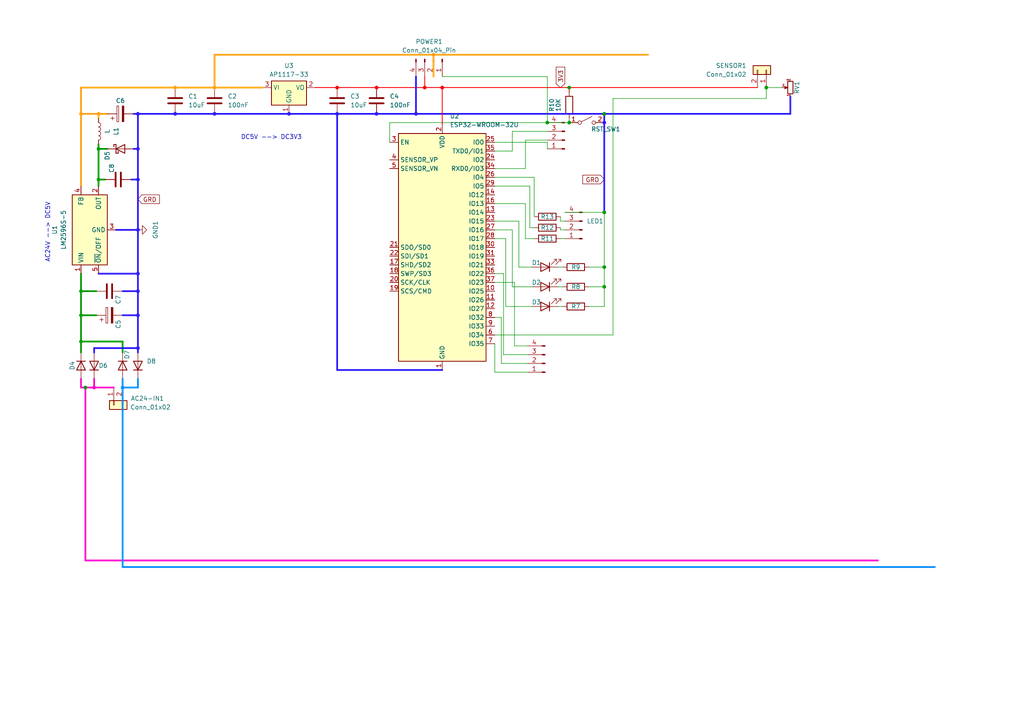
<source format=kicad_sch>
(kicad_sch (version 20230121) (generator eeschema)
  (paper "A4")
  (title_block (rev "1.2.0.1"))
  (lib_symbols
    (symbol "Connector:Conn_01x04_Pin" (pin_names (offset 1.016) hide)
      (property "Reference" "J" (at 0 5.08 0))
      (property "Value" "Conn_01x04_Pin" (at 0 -7.62 0))
      (symbol "Conn_01x04_Pin_1_1"
        (polyline (pts (xy 1.27 -5.08) (xy 0.8636 -5.08)) (stroke (width 0.1524)))
        (polyline (pts (xy 1.27 -2.54) (xy 0.8636 -2.54)) (stroke (width 0.1524)))
        (polyline (pts (xy 1.27 0) (xy 0.8636 0)) (stroke (width 0.1524)))
        (polyline (pts (xy 1.27 2.54) (xy 0.8636 2.54)) (stroke (width 0.1524)))
        (rectangle (start 0.8636 -4.953) (end 0 -5.207) (stroke (width 0.1524)) (fill (type outline)))
        (rectangle (start 0.8636 -2.413) (end 0 -2.667) (stroke (width 0.1524)) (fill (type outline)))
        (rectangle (start 0.8636 0.127) (end 0 -0.127) (stroke (width 0.1524)) (fill (type outline)))
        (rectangle (start 0.8636 2.667) (end 0 2.413) (stroke (width 0.1524)) (fill (type outline)))
        (pin passive line (at 5.08 2.54 180) (length 3.81) (name "Pin_1") (number "1"))
        (pin passive line (at 5.08 0 180) (length 3.81) (name "Pin_2") (number "2"))
        (pin passive line (at 5.08 -2.54 180) (length 3.81) (name "Pin_3") (number "3"))
        (pin passive line (at 5.08 -5.08 180) (length 3.81) (name "Pin_4") (number "4"))
      )
    )
    (symbol "Connector_Generic:Conn_01x02" (pin_names (offset 1.016) hide)
      (property "Reference" "J" (at 0 2.54 0))
      (property "Value" "Conn_01x02" (at 0 -5.08 0))
      (symbol "Conn_01x02_1_1"
        (rectangle (start -1.27 -2.413) (end 0 -2.667) (stroke (width 0.1524)))
        (rectangle (start -1.27 0.127) (end 0 -0.127) (stroke (width 0.1524)))
        (rectangle (start -1.27 1.27) (end 1.27 -3.81) (stroke (width 0.254)) (fill (type background)))
        (pin passive line (at -5.08 0 0) (length 3.81) (name "Pin_1") (number "1"))
        (pin passive line (at -5.08 -2.54 0) (length 3.81) (name "Pin_2") (number "2"))
      )
    )
    (symbol "Device:C" (pin_numbers hide) (pin_names (offset 0.254))
      (property "Reference" "C" (at 0.635 2.54 0))
      (property "Value" "C" (at 0.635 -2.54 0))
      (symbol "C_0_1"
        (polyline (pts (xy -2.032 -0.762) (xy 2.032 -0.762)) (stroke (width 0.508)))
        (polyline (pts (xy -2.032 0.762) (xy 2.032 0.762)) (stroke (width 0.508)))
      )
      (symbol "C_1_1"
        (pin passive line (at 0 3.81 270) (length 2.794) (name "~") (number "1"))
        (pin passive line (at 0 -3.81 90) (length 2.794) (name "~") (number "2"))
      )
    )
    (symbol "Device:C_Polarized" (pin_numbers hide) (pin_names (offset 0.254))
      (property "Reference" "C" (at 0.635 2.54 0))
      (property "Value" "C_Polarized" (at 0.635 -2.54 0))
      (symbol "C_Polarized_0_1"
        (rectangle (start -2.286 0.508) (end 2.286 1.016))
        (polyline (pts (xy -1.778 2.286) (xy -0.762 2.286)))
        (polyline (pts (xy -1.27 2.794) (xy -1.27 1.778)))
        (rectangle (start 2.286 -0.508) (end -2.286 -1.016) (fill (type outline)))
      )
      (symbol "C_Polarized_1_1"
        (pin passive line (at 0 3.81 270) (length 2.794) (name "~") (number "1"))
        (pin passive line (at 0 -3.81 90) (length 2.794) (name "~") (number "2"))
      )
    )
    (symbol "Device:L" (pin_numbers hide) (pin_names (offset 1.016) hide)
      (property "Reference" "L" (at -1.27 0 90))
      (property "Value" "L" (at 1.905 0 90))
      (symbol "L_0_1"
        (arc (start 0 -2.54) (mid 0.6323 -1.905) (end 0 -1.27))
        (arc (start 0 -1.27) (mid 0.6323 -0.635) (end 0 0))
        (arc (start 0 0) (mid 0.6323 0.635) (end 0 1.27))
        (arc (start 0 1.27) (mid 0.6323 1.905) (end 0 2.54))
      )
      (symbol "L_1_1"
        (pin passive line (at 0 3.81 270) (length 1.27) (name "1") (number "1"))
        (pin passive line (at 0 -3.81 90) (length 1.27) (name "2") (number "2"))
      )
    )
    (symbol "Device:LED" (pin_numbers hide) (pin_names (offset 1.016) hide)
      (property "Reference" "D" (at 0 2.54 0))
      (property "Value" "LED" (at 0 -2.54 0))
      (symbol "LED_0_1"
        (polyline (pts (xy -1.27 -1.27) (xy -1.27 1.27)) (stroke (width 0.254)))
        (polyline (pts (xy -1.27 0) (xy 1.27 0)))
        (polyline (pts (xy 1.27 -1.27) (xy 1.27 1.27) (xy -1.27 0) (xy 1.27 -1.27)) (stroke (width 0.254)))
        (polyline (pts (xy -3.048 -0.762) (xy -4.572 -2.286) (xy -3.81 -2.286) (xy -4.572 -2.286) (xy -4.572 -1.524)))
        (polyline (pts (xy -1.778 -0.762) (xy -3.302 -2.286) (xy -2.54 -2.286) (xy -3.302 -2.286) (xy -3.302 -1.524)))
      )
      (symbol "LED_1_1"
        (pin passive line (at -3.81 0 0) (length 2.54) (name "K") (number "1"))
        (pin passive line (at 3.81 0 180) (length 2.54) (name "A") (number "2"))
      )
    )
    (symbol "Device:R" (pin_numbers hide) (pin_names (offset 0))
      (property "Reference" "R" (at 2.032 0 90))
      (property "Value" "R" (at 0 0 90))
      (symbol "R_0_1"
        (rectangle (start -1.016 -2.54) (end 1.016 2.54) (stroke (width 0.254)))
      )
      (symbol "R_1_1"
        (pin passive line (at 0 3.81 270) (length 1.27) (name "~") (number "1"))
        (pin passive line (at 0 -3.81 90) (length 1.27) (name "~") (number "2"))
      )
    )
    (symbol "Device:R_Potentiometer_Small" (pin_names (offset 1.016) hide)
      (property "Reference" "RV" (at -4.445 0 90))
      (property "Value" "R_Potentiometer_Small" (at -2.54 0 90))
      (symbol "R_Potentiometer_Small_0_1"
        (polyline (pts (xy 0.889 0) (xy 0.635 0) (xy 1.651 0.381) (xy 1.651 -0.381) (xy 0.635 0) (xy 0.889 0)) (fill (type outline)))
        (rectangle (start 0.762 1.8034) (end -0.762 -1.8034) (stroke (width 0.254)))
      )
      (symbol "R_Potentiometer_Small_1_1"
        (pin passive line (at 0 2.54 270) (length 0.635) (name "1") (number "1"))
        (pin passive line (at 2.54 0 180) (length 0.9906) (name "2") (number "2"))
        (pin passive line (at 0 -2.54 90) (length 0.635) (name "3") (number "3"))
      )
    )
    (symbol "Diode:B140-E3" (pin_numbers hide) (pin_names hide)
      (property "Reference" "D" (at 0 2.54 0))
      (property "Value" "B140-E3" (at 0 -2.54 0))
      (symbol "B140-E3_0_1"
        (polyline (pts (xy 1.27 0) (xy -1.27 0)))
        (polyline (pts (xy 1.27 1.27) (xy 1.27 -1.27) (xy -1.27 0) (xy 1.27 1.27)) (stroke (width 0.254)))
        (polyline (pts (xy -1.905 0.635) (xy -1.905 1.27) (xy -1.27 1.27) (xy -1.27 -1.27) (xy -0.635 -1.27) (xy -0.635 -0.635)) (stroke (width 0.254)))
      )
      (symbol "B140-E3_1_1"
        (pin passive line (at -3.81 0 0) (length 2.54) (name "K") (number "1"))
        (pin passive line (at 3.81 0 180) (length 2.54) (name "A") (number "2"))
      )
    )
    (symbol "Diode:US1A" (pin_numbers hide) (pin_names hide)
      (property "Reference" "D" (at 0 2.54 0))
      (property "Value" "US1A" (at 0 -2.54 0))
      (symbol "US1A_0_1"
        (polyline (pts (xy -1.27 1.27) (xy -1.27 -1.27)) (stroke (width 0.254)))
        (polyline (pts (xy 1.27 0) (xy -1.27 0)))
        (polyline (pts (xy 1.27 1.27) (xy 1.27 -1.27) (xy -1.27 0) (xy 1.27 1.27)) (stroke (width 0.254)))
      )
      (symbol "US1A_1_1"
        (pin passive line (at -3.81 0 0) (length 2.54) (name "K") (number "1"))
        (pin passive line (at 3.81 0 180) (length 2.54) (name "A") (number "2"))
      )
    )
    (symbol "RF_Module:ESP32-WROOM-32D"
      (property "Reference" "U" (at -12.7 34.29 0))
      (property "Value" "ESP32-WROOM-32D" (at 1.27 34.29 0))
      (symbol "ESP32-WROOM-32D_0_1"
        (rectangle (start -12.7 33.02) (end 12.7 -33.02) (stroke (width 0.254)) (fill (type background)))
      )
      (symbol "ESP32-WROOM-32D_1_1"
        (pin power_in line (at 0 -35.56 90) (length 2.54) (name "GND") (number "1"))
        (pin bidirectional line (at 15.24 -12.7 180) (length 2.54) (name "IO25") (number "10"))
        (pin bidirectional line (at 15.24 -15.24 180) (length 2.54) (name "IO26") (number "11"))
        (pin bidirectional line (at 15.24 -17.78 180) (length 2.54) (name "IO27") (number "12"))
        (pin bidirectional line (at 15.24 10.16 180) (length 2.54) (name "IO14") (number "13"))
        (pin bidirectional line (at 15.24 15.24 180) (length 2.54) (name "IO12") (number "14"))
        (pin passive line (at 0 -35.56 90) (length 2.54) hide (name "GND") (number "15"))
        (pin bidirectional line (at 15.24 12.7 180) (length 2.54) (name "IO13") (number "16"))
        (pin bidirectional line (at -15.24 -5.08 0) (length 2.54) (name "SHD/SD2") (number "17"))
        (pin bidirectional line (at -15.24 -7.62 0) (length 2.54) (name "SWP/SD3") (number "18"))
        (pin bidirectional line (at -15.24 -12.7 0) (length 2.54) (name "SCS/CMD") (number "19"))
        (pin power_in line (at 0 35.56 270) (length 2.54) (name "VDD") (number "2"))
        (pin bidirectional line (at -15.24 -10.16 0) (length 2.54) (name "SCK/CLK") (number "20"))
        (pin bidirectional line (at -15.24 0 0) (length 2.54) (name "SDO/SD0") (number "21"))
        (pin bidirectional line (at -15.24 -2.54 0) (length 2.54) (name "SDI/SD1") (number "22"))
        (pin bidirectional line (at 15.24 7.62 180) (length 2.54) (name "IO15") (number "23"))
        (pin bidirectional line (at 15.24 25.4 180) (length 2.54) (name "IO2") (number "24"))
        (pin bidirectional line (at 15.24 30.48 180) (length 2.54) (name "IO0") (number "25"))
        (pin bidirectional line (at 15.24 20.32 180) (length 2.54) (name "IO4") (number "26"))
        (pin bidirectional line (at 15.24 5.08 180) (length 2.54) (name "IO16") (number "27"))
        (pin bidirectional line (at 15.24 2.54 180) (length 2.54) (name "IO17") (number "28"))
        (pin bidirectional line (at 15.24 17.78 180) (length 2.54) (name "IO5") (number "29"))
        (pin input line (at -15.24 30.48 0) (length 2.54) (name "EN") (number "3"))
        (pin bidirectional line (at 15.24 0 180) (length 2.54) (name "IO18") (number "30"))
        (pin bidirectional line (at 15.24 -2.54 180) (length 2.54) (name "IO19") (number "31"))
        (pin no_connect line (at -12.7 -27.94 0) (length 2.54) hide (name "NC") (number "32"))
        (pin bidirectional line (at 15.24 -5.08 180) (length 2.54) (name "IO21") (number "33"))
        (pin bidirectional line (at 15.24 22.86 180) (length 2.54) (name "RXD0/IO3") (number "34"))
        (pin bidirectional line (at 15.24 27.94 180) (length 2.54) (name "TXD0/IO1") (number "35"))
        (pin bidirectional line (at 15.24 -7.62 180) (length 2.54) (name "IO22") (number "36"))
        (pin bidirectional line (at 15.24 -10.16 180) (length 2.54) (name "IO23") (number "37"))
        (pin passive line (at 0 -35.56 90) (length 2.54) hide (name "GND") (number "38"))
        (pin passive line (at 0 -35.56 90) (length 2.54) hide (name "GND") (number "39"))
        (pin input line (at -15.24 25.4 0) (length 2.54) (name "SENSOR_VP") (number "4"))
        (pin input line (at -15.24 22.86 0) (length 2.54) (name "SENSOR_VN") (number "5"))
        (pin input line (at 15.24 -25.4 180) (length 2.54) (name "IO34") (number "6"))
        (pin input line (at 15.24 -27.94 180) (length 2.54) (name "IO35") (number "7"))
        (pin bidirectional line (at 15.24 -20.32 180) (length 2.54) (name "IO32") (number "8"))
        (pin bidirectional line (at 15.24 -22.86 180) (length 2.54) (name "IO33") (number "9"))
      )
    )
    (symbol "Regulator_Linear:AP1117-33"
      (property "Reference" "U" (at -3.81 3.175 0))
      (property "Value" "AP1117-33" (at 0 3.175 0))
      (symbol "AP1117-33_0_1"
        (rectangle (start -5.08 -5.08) (end 5.08 1.905) (stroke (width 0.254)) (fill (type background)))
      )
      (symbol "AP1117-33_1_1"
        (pin power_in line (at 0 -7.62 90) (length 2.54) (name "GND") (number "1"))
        (pin power_out line (at 7.62 0 180) (length 2.54) (name "VO") (number "2"))
        (pin power_in line (at -7.62 0 0) (length 2.54) (name "VI") (number "3"))
      )
    )
    (symbol "Regulator_Switching:LM2596S-5"
      (property "Reference" "U" (at -10.16 6.35 0))
      (property "Value" "LM2596S-5" (at 0 6.35 0))
      (symbol "LM2596S-5_0_1"
        (rectangle (start -10.16 5.08) (end 10.16 -5.08) (stroke (width 0.254)) (fill (type background)))
      )
      (symbol "LM2596S-5_1_1"
        (pin power_in line (at -12.7 2.54 0) (length 2.54) (name "VIN") (number "1"))
        (pin output line (at 12.7 -2.54 180) (length 2.54) (name "OUT") (number "2"))
        (pin power_in line (at 0 -7.62 90) (length 2.54) (name "GND") (number "3"))
        (pin input line (at 12.7 2.54 180) (length 2.54) (name "FB") (number "4"))
        (pin input line (at -12.7 -2.54 0) (length 2.54) (name "~{ON}/OFF") (number "5"))
      )
    )
    (symbol "Switch:SW_SPST" (pin_names (offset 0) hide)
      (property "Reference" "SW" (at 0 3.175 0))
      (property "Value" "SW_SPST" (at 0 -2.54 0))
      (symbol "SW_SPST_0_0"
        (circle (center -2.032 0) (radius 0.508))
        (polyline (pts (xy -1.524 0.254) (xy 1.524 1.778)))
        (circle (center 2.032 0) (radius 0.508))
      )
      (symbol "SW_SPST_1_1"
        (pin passive line (at -5.08 0 0) (length 2.54) (name "A") (number "1"))
        (pin passive line (at 5.08 0 180) (length 2.54) (name "B") (number "2"))
      )
    )
    (symbol "power:GND1" (power) (pin_names (offset 0))
      (property "Value" "GND1" (at 0 -3.81 0))
      (symbol "GND1_0_1"
        (polyline (pts (xy 0 0) (xy 0 -1.27) (xy 1.27 -1.27) (xy 0 -2.54) (xy -1.27 -1.27) (xy 0 -1.27)))
      )
      (symbol "GND1_1_1"
        (pin power_in line (at 0 0 270) (length 0) hide (name "GND1") (number "1"))
      )
    )
  )
  (junction (at 175.26 33.02))
  (junction (at 23.495 99.06))
  (junction (at 28.575 43.18))
  (junction (at 128.27 25.4) (color 255 0 4 1))
  (junction (at 28.575 52.07))
  (junction (at 23.495 91.44))
  (junction (at 125.73 15.875) (color 255 158 14 1))
  (junction (at 40.005 43.18) (color 41 23 255 1))
  (junction (at 62.23 25.4) (color 255 158 14 1))
  (junction (at 40.005 100.965) (color 41 23 255 1))
  (junction (at 83.82 33.02) (color 41 23 255 1))
  (junction (at 222.25 25.4))
  (junction (at 123.19 25.4) (color 255 0 4 1))
  (junction (at 165.1 25.4))
  (junction (at 97.79 33.02) (color 41 23 255 1))
  (junction (at 35.56 112.395) (color 0 138 255 1))
  (junction (at 40.005 79.375) (color 41 23 255 1))
  (junction (at 50.8 25.4) (color 255 158 14 1))
  (junction (at 23.495 33.02) (color 255 158 14 1))
  (junction (at 109.22 25.4) (color 255 0 4 1))
  (junction (at 50.8 33.02) (color 41 23 255 1))
  (junction (at 175.26 35.56) (color 41 23 255 1))
  (junction (at 97.79 25.4) (color 255 0 4 1))
  (junction (at 175.26 77.47))
  (junction (at 120.65 33.02) (color 41 23 255 1))
  (junction (at 40.005 66.675) (color 41 23 255 1))
  (junction (at 165.1 35.56))
  (junction (at 175.26 61.595))
  (junction (at 62.23 33.02) (color 41 23 255 1))
  (junction (at 40.005 84.455) (color 41 23 255 1))
  (junction (at 27.305 112.395) (color 255 4 195 1))
  (junction (at 40.005 91.44) (color 41 23 255 1))
  (junction (at 109.22 33.02) (color 41 23 255 1))
  (junction (at 40.005 33.02) (color 41 23 255 1))
  (junction (at 175.26 83.185))
  (junction (at 24.765 112.395))
  (junction (at 23.495 84.455))
  (junction (at 158.75 35.56))
  (junction (at 28.575 33.02) (color 255 158 14 1))
  (junction (at 40.005 52.07) (color 41 23 255 1))
  (wire (pts (xy 146.685 69.215) (xy 143.51 69.215)))
  (wire (pts (xy 120.65 22.225) (xy 120.65 33.02)) (stroke (width 0.5) (color 41 23 255 1)))
  (wire (pts (xy 23.495 84.455) (xy 23.495 91.44)) (stroke (width 0.5)))
  (wire (pts (xy 28.575 52.07) (xy 28.575 43.18)) (stroke (width 0.5)))
  (wire (pts (xy 23.495 84.455) (xy 27.94 84.455)) (stroke (width 0.5)))
  (wire (pts (xy 163.83 61.595) (xy 175.26 61.595)))
  (wire (pts (xy 40.005 84.455) (xy 40.005 91.44)) (stroke (width 0.5) (color 41 23 255 1)))
  (wire (pts (xy 143.51 43.815) (xy 148.59 43.815)))
  (wire (pts (xy 128.27 25.4) (xy 165.1 25.4)) (stroke (width 0.25) (color 255 0 4 1)))
  (wire (pts (xy 83.82 33.02) (xy 97.79 33.02)) (stroke (width 0.5) (color 41 23 255 1)))
  (wire (pts (xy 109.22 25.4) (xy 123.19 25.4)) (stroke (width 0.25) (color 255 0 4 1)))
  (wire (pts (xy 33.655 66.675) (xy 40.005 66.675)) (stroke (width 0.5) (color 41 23 255 1)))
  (wire (pts (xy 158.75 40.64) (xy 152.4 40.64)))
  (wire (pts (xy 229.235 27.94) (xy 229.235 33.02)) (stroke (width 0.5) (color 41 23 255 1)))
  (wire (pts (xy 154.94 51.435) (xy 154.94 62.865)))
  (wire (pts (xy 154.305 77.47) (xy 150.495 77.47)))
  (wire (pts (xy 24.765 112.395) (xy 27.305 112.395)) (stroke (width 0.5) (color 255 4 195 1)))
  (wire (pts (xy 97.79 25.4) (xy 109.22 25.4)) (stroke (width 0.25) (color 255 0 4 1)))
  (wire (pts (xy 38.735 33.02) (xy 40.005 33.02)) (stroke (width 0.5) (color 41 23 255 1)))
  (wire (pts (xy 222.25 25.4) (xy 222.25 28.575)))
  (wire (pts (xy 120.65 33.02) (xy 175.26 33.02)) (stroke (width 0.5) (color 41 23 255 1)))
  (wire (pts (xy 23.495 53.975) (xy 23.495 33.02)) (stroke (width 0.5) (color 255 158 14 1)))
  (wire (pts (xy 165.1 25.4) (xy 165.1 26.67)) (stroke (width 0.25) (color 255 0 4 1)))
  (wire (pts (xy 24.765 162.56) (xy 254.635 162.56)) (stroke (width 0.5) (color 255 4 195 1)))
  (wire (pts (xy 149.225 100.33) (xy 149.225 81.915)))
  (wire (pts (xy 165.1 25.4) (xy 219.71 25.4)) (stroke (width 0.25) (color 255 0 4 1)))
  (wire (pts (xy 123.19 22.225) (xy 123.19 25.4)) (stroke (width 0.25) (color 255 0 4 1)))
  (wire (pts (xy 27.305 112.395) (xy 33.02 112.395)) (stroke (width 0.5) (color 255 4 195 1)))
  (wire (pts (xy 38.735 43.18) (xy 40.005 43.18)) (stroke (width 0.5) (color 41 23 255 1)))
  (wire (pts (xy 35.56 164.465) (xy 35.56 112.395)) (stroke (width 0.5) (color 0 138 255 1)))
  (wire (pts (xy 153.67 53.975) (xy 153.67 66.04)))
  (wire (pts (xy 175.26 35.56) (xy 175.26 61.595)) (stroke (width 0.5) (color 41 23 255 1)))
  (wire (pts (xy 125.73 15.875) (xy 187.96 15.875)) (stroke (width 0.5) (color 255 158 14 1)))
  (wire (pts (xy 158.75 41.275) (xy 158.75 43.18)))
  (wire (pts (xy 145.415 92.075) (xy 143.51 92.075)))
  (wire (pts (xy 28.575 33.02) (xy 31.115 33.02)) (stroke (width 0.5) (color 255 158 14 1)))
  (wire (pts (xy 143.51 97.155) (xy 177.8 97.155)))
  (wire (pts (xy 161.925 83.185) (xy 163.195 83.185)))
  (wire (pts (xy 153.035 102.87) (xy 146.05 102.87)))
  (wire (pts (xy 163.195 77.47) (xy 161.925 77.47)))
  (wire (pts (xy 40.005 79.375) (xy 40.005 84.455)) (stroke (width 0.5) (color 41 23 255 1)))
  (wire (pts (xy 40.005 43.18) (xy 40.005 33.02)) (stroke (width 0.5) (color 41 23 255 1)))
  (wire (pts (xy 28.575 79.375) (xy 40.005 79.375)) (stroke (width 0.5) (color 41 23 255 1)))
  (wire (pts (xy 62.23 33.02) (xy 83.82 33.02)) (stroke (width 0.5) (color 41 23 255 1)))
  (wire (pts (xy 28.575 53.975) (xy 28.575 52.07)) (stroke (width 0.5)))
  (wire (pts (xy 170.815 83.185) (xy 175.26 83.185)))
  (wire (pts (xy 165.1 34.29) (xy 165.1 35.56)))
  (wire (pts (xy 153.035 100.33) (xy 149.225 100.33)))
  (wire (pts (xy 146.685 88.9) (xy 146.685 69.215)))
  (wire (pts (xy 163.83 66.675) (xy 162.56 66.675)))
  (wire (pts (xy 143.51 59.055) (xy 152.4 59.055)))
  (wire (pts (xy 148.59 38.1) (xy 148.59 43.815)))
  (wire (pts (xy 158.75 22.225) (xy 158.75 35.56)))
  (wire (pts (xy 146.05 79.375) (xy 146.05 102.87)))
  (wire (pts (xy 91.44 25.4) (xy 97.79 25.4)) (stroke (width 0.25) (color 255 0 4 1)))
  (wire (pts (xy 143.51 41.275) (xy 158.75 41.275)))
  (wire (pts (xy 97.79 33.02) (xy 97.79 107.315)) (stroke (width 0.5) (color 41 23 255 1)))
  (wire (pts (xy 152.4 59.055) (xy 152.4 69.215)))
  (wire (pts (xy 163.83 64.135) (xy 162.56 64.135)))
  (wire (pts (xy 40.005 79.375) (xy 40.005 66.675)) (stroke (width 0.5) (color 41 23 255 1)))
  (wire (pts (xy 222.25 25.4) (xy 226.695 25.4)))
  (wire (pts (xy 35.56 112.395) (xy 40.005 112.395)) (stroke (width 0.5) (color 0 138 255 1)))
  (wire (pts (xy 146.05 79.375) (xy 143.51 79.375)))
  (wire (pts (xy 143.51 81.915) (xy 149.225 81.915)))
  (wire (pts (xy 128.27 22.225) (xy 158.75 22.225)))
  (wire (pts (xy 40.005 91.44) (xy 40.005 100.965)) (stroke (width 0.5) (color 41 23 255 1)))
  (wire (pts (xy 222.25 28.575) (xy 177.8 28.575)))
  (wire (pts (xy 162.56 66.675) (xy 162.56 66.04)))
  (wire (pts (xy 23.495 99.06) (xy 23.495 102.235)) (stroke (width 0.5)))
  (wire (pts (xy 162.56 64.135) (xy 162.56 62.865)))
  (wire (pts (xy 97.79 107.315) (xy 128.27 107.315)) (stroke (width 0.5) (color 41 23 255 1)))
  (wire (pts (xy 175.26 33.02) (xy 229.235 33.02)) (stroke (width 0.5) (color 41 23 255 1)))
  (wire (pts (xy 23.495 109.855) (xy 23.495 112.395)) (stroke (width 0.5) (color 255 4 195 1)))
  (wire (pts (xy 154.94 51.435) (xy 143.51 51.435)))
  (wire (pts (xy 62.23 15.875) (xy 62.23 25.4)) (stroke (width 0.5) (color 255 158 14 1)))
  (wire (pts (xy 154.305 83.185) (xy 148.59 83.185)))
  (wire (pts (xy 158.75 38.1) (xy 148.59 38.1)))
  (wire (pts (xy 23.495 91.44) (xy 23.495 99.06)) (stroke (width 0.5)))
  (wire (pts (xy 175.26 33.02) (xy 175.26 35.56)) (stroke (width 0.5) (color 41 23 255 1)))
  (wire (pts (xy 123.19 25.4) (xy 128.27 25.4)) (stroke (width 0.25) (color 255 0 4 1)))
  (wire (pts (xy 97.79 33.02) (xy 109.22 33.02)) (stroke (width 0.5) (color 41 23 255 1)))
  (wire (pts (xy 175.26 61.595) (xy 175.26 77.47)))
  (wire (pts (xy 113.03 35.56) (xy 158.75 35.56)))
  (wire (pts (xy 154.94 66.04) (xy 153.67 66.04)))
  (wire (pts (xy 125.73 15.875) (xy 125.73 22.225)) (stroke (width 0.5) (color 255 158 14 1)))
  (wire (pts (xy 40.005 84.455) (xy 35.56 84.455)) (stroke (width 0.5) (color 41 23 255 1)))
  (wire (pts (xy 23.495 25.4) (xy 23.495 33.02)) (stroke (width 0.5) (color 255 158 14 1)))
  (wire (pts (xy 177.8 28.575) (xy 177.8 97.155)))
  (wire (pts (xy 23.495 25.4) (xy 50.8 25.4)) (stroke (width 0.5) (color 255 158 14 1)))
  (wire (pts (xy 40.005 100.965) (xy 40.005 102.235)) (stroke (width 0.5) (color 41 23 255 1)))
  (wire (pts (xy 145.415 105.41) (xy 145.415 92.075)))
  (wire (pts (xy 27.305 100.965) (xy 27.305 102.235)) (stroke (width 0.5) (color 41 23 255 1)))
  (wire (pts (xy 40.005 33.02) (xy 50.8 33.02)) (stroke (width 0.5) (color 41 23 255 1)))
  (wire (pts (xy 28.575 34.29) (xy 28.575 33.02)) (stroke (width 0.5) (color 255 158 14 1)))
  (wire (pts (xy 23.495 79.375) (xy 23.495 84.455)) (stroke (width 0.5)))
  (wire (pts (xy 24.765 112.395) (xy 23.495 112.395)) (stroke (width 0.5) (color 255 4 195 1)))
  (wire (pts (xy 23.495 91.44) (xy 27.94 91.44)) (stroke (width 0.5)))
  (wire (pts (xy 143.51 107.95) (xy 143.51 99.695)))
  (wire (pts (xy 128.27 25.4) (xy 128.27 36.195)) (stroke (width 0.25) (color 255 0 4 1)))
  (wire (pts (xy 62.23 15.875) (xy 125.73 15.875)) (stroke (width 0.5) (color 255 158 14 1)))
  (wire (pts (xy 50.8 25.4) (xy 62.23 25.4)) (stroke (width 0.5) (color 255 158 14 1)))
  (wire (pts (xy 170.815 88.9) (xy 175.26 88.9)))
  (wire (pts (xy 153.035 107.95) (xy 143.51 107.95)))
  (wire (pts (xy 28.575 43.18) (xy 31.115 43.18)) (stroke (width 0.5)))
  (wire (pts (xy 150.495 64.135) (xy 143.51 64.135)))
  (wire (pts (xy 40.005 52.07) (xy 40.005 66.675)) (stroke (width 0.5) (color 41 23 255 1)))
  (wire (pts (xy 175.26 77.47) (xy 175.26 83.185)))
  (wire (pts (xy 271.145 164.465) (xy 35.56 164.465)) (stroke (width 0.5) (color 0 138 255 1)))
  (wire (pts (xy 27.305 100.965) (xy 40.005 100.965)) (stroke (width 0.5) (color 41 23 255 1)))
  (wire (pts (xy 24.765 112.395) (xy 24.765 162.56)) (stroke (width 0.5) (color 255 4 195 1)))
  (wire (pts (xy 38.1 52.07) (xy 40.005 52.07)) (stroke (width 0.5) (color 41 23 255 1)))
  (wire (pts (xy 148.59 66.675) (xy 143.51 66.675)))
  (wire (pts (xy 35.56 91.44) (xy 40.005 91.44)) (stroke (width 0.5) (color 41 23 255 1)))
  (wire (pts (xy 152.4 69.215) (xy 154.94 69.215)))
  (wire (pts (xy 40.005 43.18) (xy 40.005 52.07)) (stroke (width 0.5) (color 41 23 255 1)))
  (wire (pts (xy 170.815 77.47) (xy 175.26 77.47)))
  (wire (pts (xy 113.03 35.56) (xy 113.03 41.275)))
  (wire (pts (xy 152.4 48.895) (xy 143.51 48.895)))
  (wire (pts (xy 143.51 53.975) (xy 153.67 53.975)))
  (wire (pts (xy 162.56 69.215) (xy 163.83 69.215)))
  (wire (pts (xy 35.56 109.855) (xy 35.56 112.395)) (stroke (width 0.5) (color 0 138 255 1)))
  (wire (pts (xy 23.495 99.06) (xy 35.56 99.06)) (stroke (width 0.5)))
  (wire (pts (xy 153.035 105.41) (xy 145.415 105.41)))
  (wire (pts (xy 148.59 83.185) (xy 148.59 66.675)))
  (wire (pts (xy 23.495 91.44) (xy 23.495 96.52)))
  (wire (pts (xy 30.48 52.07) (xy 28.575 52.07)) (stroke (width 0.5)))
  (wire (pts (xy 27.305 109.855) (xy 27.305 112.395)) (stroke (width 0.5) (color 255 4 195 1)))
  (wire (pts (xy 62.23 25.4) (xy 76.2 25.4)) (stroke (width 0.5) (color 255 158 14 1)))
  (wire (pts (xy 50.8 33.02) (xy 62.23 33.02)) (stroke (width 0.5) (color 41 23 255 1)))
  (wire (pts (xy 150.495 77.47) (xy 150.495 64.135)))
  (wire (pts (xy 35.56 99.06) (xy 35.56 102.235)) (stroke (width 0.5)))
  (wire (pts (xy 175.26 83.185) (xy 175.26 88.9)))
  (wire (pts (xy 40.005 112.395) (xy 40.005 109.855)) (stroke (width 0.5) (color 0 138 255 1)))
  (wire (pts (xy 23.495 33.02) (xy 28.575 33.02)) (stroke (width 0.5) (color 255 158 14 1)))
  (wire (pts (xy 165.1 35.56) (xy 158.75 35.56)))
  (wire (pts (xy 152.4 40.64) (xy 152.4 48.895)))
  (wire (pts (xy 109.22 33.02) (xy 120.65 33.02)) (stroke (width 0.5) (color 41 23 255 1)))
  (wire (pts (xy 154.305 88.9) (xy 146.685 88.9)))
  (wire (pts (xy 163.195 88.9) (xy 161.925 88.9)))
  (wire (pts (xy 28.575 43.18) (xy 28.575 41.91)) (stroke (width 0.5)))
  (text "DC5V --> DC3V3" (at 69.85 40.64 0) (effects (font (size 1.27 1.27)) (justify left bottom)))
  (text "AC24V --> DC5V" (at 14.605 76.2 90) (effects (font (size 1.27 1.27)) (justify left bottom)))
  (global_label "3V3" (shape input) (at 162.56 25.4 90) (property "Intersheetrefs" "${INTERSHEET_REFS}" (effects hide)))
  (global_label "GRD" (shape input) (at 40.005 57.785 0) (property "Intersheetrefs" "${INTERSHEET_REFS}" (effects hide)))
  (global_label "GRD" (shape input) (at 175.26 52.07 180) (property "Intersheetrefs" "${INTERSHEET_REFS}" (effects hide)))
  (symbol (lib_id "Device:LED") (at 158.115 88.9 180) (unit 1)
    (property "Reference" "D3" (at 155.575 87.63 0))
    (property "Value" "LED" (effects hide))
    (property "Footprint" "LED_SMD:LED_0805_2012Metric" (effects hide))
    (property "LCSC" "C2297" (effects hide))
  )
  (symbol (lib_id "power:GND1") (at 40.005 66.675 90) (unit 1)
    (property "Reference" "#PWR04" (effects hide))
    (property "Value" "GND1" (at 45.085 66.675 0))
  )
  (symbol (lib_id "Device:R") (at 167.005 88.9 270) (unit 1)
    (property "Reference" "R7" (at 167.005 88.9 90))
    (property "Value" "130" (effects hide))
    (property "Footprint" "Resistor_SMD:R_0201_0603Metric" (effects hide))
    (property "LCSC" "C22808" (effects hide))
  )
  (symbol (lib_id "Switch:SW_SPST") (at 170.18 35.56 0) (unit 1)
    (property "Reference" "RST_SW1" (at 171.45 37.465 0) (effects (justify left)))
    (property "Value" "SW_SPST" (effects hide))
    (property "Footprint" "Button_Switch_SMD:SW_SPST_TL3342" (effects hide))
    (property "LCSC" "C318884" (effects hide))
  )
  (symbol (lib_id "Device:R") (at 158.75 66.04 270) (unit 1)
    (property "Reference" "R12" (at 158.75 66.04 90))
    (property "Value" "130" (effects hide))
    (property "Footprint" "Resistor_SMD:R_0201_0603Metric" (effects hide))
    (property "LCSC" "C22808" (effects hide))
  )
  (symbol (lib_id "Diode:US1A") (at 35.56 106.045 270) (unit 1)
    (property "Reference" "D7" (at 36.83 102.87 0))
    (property "Value" "900mV@2A 30ns 2A 50V DO-214AA Diodes " (effects hide))
    (property "Footprint" "Diode_SMD:D_SMB" (effects hide))
    (property "Datasheet" "https://www.diodes.com/assets/Datasheets/ds16008.pdf" (effects hide))
    (property "Sim.Device" "D" (effects hide))
    (property "Sim.Pins" "1=K 2=A" (effects hide))
    (property "LCSC" "C5224093" (effects hide))
  )
  (symbol (lib_id "Device:L") (at 28.575 38.1 0) (mirror x) (unit 1)
    (property "Reference" "L1" (at 33.655 38.1 90))
    (property "Value" "L" (at 31.115 38.1 90))
    (property "Footprint" "Inductor_SMD:L_12x12mm_H8mm" (effects hide))
    (property "LCSC" "C339951" (effects hide))
  )
  (symbol (lib_id "Device:R") (at 167.005 77.47 270) (unit 1)
    (property "Reference" "R9" (at 167.005 77.47 90))
    (property "Value" "130" (effects hide))
    (property "Footprint" "Resistor_SMD:R_0201_0603Metric" (effects hide))
    (property "LCSC" "C22808" (effects hide))
  )
  (symbol (lib_id "Device:R") (at 158.75 69.215 270) (unit 1)
    (property "Reference" "R11" (at 158.75 69.215 90))
    (property "Value" "130" (effects hide))
    (property "Footprint" "Resistor_SMD:R_0201_0603Metric" (effects hide))
    (property "LCSC" "C22808" (effects hide))
  )
  (symbol (lib_id "Connector_Generic:Conn_01x02") (at 222.25 20.32 270) (mirror x) (unit 1)
    (property "Reference" "SENSOR1" (at 216.535 19.05 90) (effects (justify right)))
    (property "Value" "Conn_01x02" (at 216.535 21.59 90) (effects (justify right)))
    (property "Footprint" "Connector:JWT_A3963_1x02_P3.96mm_Vertical" (effects hide))
    (property "LCSC" "C3031444" (effects hide))
  )
  (symbol (lib_id "Device:R") (at 165.1 30.48 0) (unit 1)
    (property "Reference" "R10" (at 160.02 30.48 90))
    (property "Value" "10K" (at 161.925 30.48 90))
    (property "Footprint" "Resistor_SMD:R_1206_3216Metric" (effects hide))
    (property "LCSC" "C17902" (effects hide))
  )
  (symbol (lib_id "Device:C") (at 50.8 29.21 0) (unit 1)
    (property "Reference" "C1" (at 54.61 27.94 0) (effects (justify left)))
    (property "Value" "10uF" (at 54.61 30.48 0) (effects (justify left)))
    (property "Footprint" "Capacitor_SMD:C_0805_2012Metric" (effects hide))
    (property "LCSC" "C440198" (effects hide))
  )
  (symbol (lib_id "Connector:Conn_01x04_Pin") (at 158.115 105.41 180) (unit 1)
    (property "Reference" "EXT1" (effects hide))
    (property "Value" "Conn_01x04_Pin" (effects hide))
    (property "Footprint" "Connector_JST:JST_PH_B4B-PH-K_1x04_P2.00mm_Vertical" (effects hide))
  )
  (symbol (lib_id "Device:C") (at 62.23 29.21 0) (unit 1)
    (property "Reference" "C2" (at 66.04 27.94 0) (effects (justify left)))
    (property "Value" "100nF" (at 66.04 30.48 0) (effects (justify left)))
    (property "Footprint" "Capacitor_SMD:C_0603_1608Metric" (effects hide))
    (property "LCSC" "C14663" (effects hide))
  )
  (symbol (lib_id "Diode:B140-E3") (at 34.925 43.18 0) (unit 1)
    (property "Reference" "D5" (at 31.115 43.815 90) (effects (justify right)))
    (property "Value" "B140-E3" (effects hide))
    (property "Footprint" "Diode_SMD:D_SMA" (effects hide))
    (property "Datasheet" "http://www.vishay.com/docs/88946/b120.pdf" (effects hide))
    (property "LCSC" "C968568" (effects hide))
  )
  (symbol (lib_id "Regulator_Linear:AP1117-33") (at 83.82 25.4 0) (unit 1)
    (property "Reference" "U3" (at 83.82 19.05 0))
    (property "Value" "AP1117-33" (at 83.82 21.59 0))
    (property "Footprint" "Package_TO_SOT_SMD:SOT-223-3_TabPin2" (effects hide))
    (property "Datasheet" "http://www.diodes.com/datasheets/AP1117.pdf" (effects hide))
    (property "LCSC" "C6186" (effects hide))
  )
  (symbol (lib_id "Diode:US1A") (at 27.305 106.045 90) (unit 1)
    (property "Reference" "D6" (at 28.575 106.045 90) (effects (justify right)))
    (property "Value" "900mV@2A 30ns 2A 50V DO-214AA Diodes " (effects hide))
    (property "Footprint" "Diode_SMD:D_SMB" (effects hide))
    (property "Datasheet" "https://www.diodes.com/assets/Datasheets/ds16008.pdf" (effects hide))
    (property "Sim.Device" "D" (effects hide))
    (property "Sim.Pins" "1=K 2=A" (effects hide))
    (property "LCSC" "C5224093" (effects hide))
  )
  (symbol (lib_id "Device:C") (at 34.29 52.07 270) (unit 1)
    (property "Reference" "C8" (at 32.385 50.165 0) (effects (justify right)))
    (property "Value" "25V 1uF X5R ±10% 0402 Multilayer Ceramic Capacitors MLCC - SMD/SMT ROHS" (effects hide))
    (property "Footprint" "Capacitor_SMD:C_0402_1005Metric" (effects hide))
    (property "LCSC" "C440198" (effects hide))
  )
  (symbol (lib_id "Diode:US1A") (at 40.005 106.045 90) (unit 1)
    (property "Reference" "D8" (at 42.545 104.775 90) (effects (justify right)))
    (property "Value" "900mV@2A 30ns 2A 50V DO-214AA Diodes " (effects hide))
    (property "Footprint" "Diode_SMD:D_SMB" (effects hide))
    (property "Sim.Device" "D" (effects hide))
    (property "Sim.Pins" "1=K 2=A" (effects hide))
    (property "LCSC" "C5224093" (effects hide))
  )
  (symbol (lib_id "Connector_Generic:Conn_01x02") (at 33.02 117.475 90) (mirror x) (unit 1)
    (property "Reference" "AC24-IN1" (at 47.625 115.57 90) (effects (justify left)))
    (property "Value" "Conn_01x02" (at 49.53 118.11 90) (effects (justify left)))
    (property "Footprint" "Connector:JWT_A3963_1x02_P3.96mm_Vertical" (effects hide))
    (property "LCSC" "C3031444" (effects hide))
  )
  (symbol (lib_id "Connector:Conn_01x04_Pin") (at 168.91 66.675 180) (unit 1)
    (property "Reference" "LED1" (at 170.18 64.135 0) (effects (justify right)))
    (property "Value" "Conn_01x04_Pin" (effects hide))
    (property "Footprint" "Connector_JST:JST_PH_B4B-PH-K_1x04_P2.00mm_Vertical" (effects hide))
  )
  (symbol (lib_id "Device:R") (at 167.005 83.185 270) (unit 1)
    (property "Reference" "R8" (at 167.005 83.185 90))
    (property "Value" "130" (effects hide))
    (property "Footprint" "Resistor_SMD:R_0201_0603Metric" (effects hide))
    (property "LCSC" "C22808" (effects hide))
  )
  (symbol (lib_id "Device:C") (at 97.79 29.21 0) (unit 1)
    (property "Reference" "C3" (at 101.6 27.94 0) (effects (justify left)))
    (property "Value" "10uF" (at 101.6 30.48 0) (effects (justify left)))
    (property "Footprint" "Capacitor_SMD:C_0805_2012Metric" (effects hide))
    (property "LCSC" "C440198" (effects hide))
  )
  (symbol (lib_id "Device:LED") (at 158.115 77.47 180) (unit 1)
    (property "Reference" "D1" (at 155.575 76.2 0))
    (property "Value" "LED" (effects hide))
    (property "Footprint" "LED_SMD:LED_0603_1608Metric" (effects hide))
    (property "LCSC" "C2286" (effects hide))
  )
  (symbol (lib_id "Diode:US1A") (at 23.495 106.045 270) (unit 1)
    (property "Reference" "D4" (at 20.955 106.045 0))
    (property "Value" "900mV@2A 30ns 2A 50V DO-214AA Diodes " (effects hide))
    (property "Footprint" "Diode_SMD:D_SMB" (effects hide))
    (property "Sim.Device" "D" (effects hide))
    (property "Sim.Pins" "1=K 2=A" (effects hide))
    (property "LCSC" "C5224093" (effects hide))
  )
  (symbol (lib_id "Connector:Conn_01x04_Pin") (at 163.83 40.64 180) (unit 1)
    (property "Reference" "PROG1" (effects hide))
    (property "Value" "Conn_01x04_Pin" (effects hide))
    (property "Footprint" "Connector_JST:JST_PH_B4B-PH-K_1x04_P2.00mm_Vertical" (effects hide))
  )
  (symbol (lib_id "Regulator_Switching:LM2596S-5") (at 26.035 66.675 90) (unit 1)
    (property "Reference" "U1" (at 15.875 66.675 0))
    (property "Value" "LM2596S-5" (at 18.415 66.675 0))
    (property "Footprint" "Package_TO_SOT_SMD:TO-263-5_TabPin3" (effects hide))
    (property "Datasheet" "http://www.ti.com/lit/ds/symlink/lm2596.pdf" (effects hide))
    (property "LCSC" "C347421" (effects hide))
  )
  (symbol (lib_id "Device:LED") (at 158.115 83.185 180) (unit 1)
    (property "Reference" "D2" (at 155.575 81.915 0))
    (property "Value" "LED" (effects hide))
    (property "Footprint" "LED_SMD:LED_0805_2012Metric" (effects hide))
    (property "LCSC" "C2296" (effects hide))
  )
  (symbol (lib_id "Device:C_Polarized") (at 34.925 33.02 90) (unit 1)
    (property "Reference" "C6" (at 34.925 29.21 90))
    (property "Value" "C_Polarized" (effects hide))
    (property "Footprint" "Capacitor_THT:CP_Radial_D10.0mm_P5.00mm" (effects hide))
    (property "LCSC" "C461457" (effects hide))
  )
  (symbol (lib_id "RF_Module:ESP32-WROOM-32D") (at 128.27 71.755 0) (unit 1)
    (property "Reference" "U2" (at 130.4641 33.655 0) (effects (justify left)))
    (property "Value" "ESP32-WROOM-32U" (at 130.4641 36.195 0) (effects (justify left)))
    (property "Footprint" "RF_Module:ESP32-WROOM-32U" (effects hide))
    (property "Datasheet" "https://www.espressif.com/sites/default/files/documentation/esp32-wroom-32d_esp32-wroom-32u_datasheet_en.pdf" (effects hide))
    (property "LCSC" "C328062" (effects hide))
  )
  (symbol (lib_id "Device:R_Potentiometer_Small") (at 229.235 25.4 180) (unit 1)
    (property "Reference" "RV1" (at 231.14 27.305 90) (effects (justify right)))
    (property "Value" "R_Potentiometer_Small" (effects hide))
    (property "Footprint" "Potentiometer_THT:Potentiometer_Bourns_3296Y_Vertical" (effects hide))
    (property "LCSC" "C780118" (effects hide))
  )
  (symbol (lib_id "Connector:Conn_01x04_Pin") (at 125.73 17.145 270) (unit 1)
    (property "Reference" "POWER1" (at 124.46 12.065 90))
    (property "Value" "Conn_01x04_Pin" (at 124.46 14.605 90))
    (property "Footprint" "Connector_JST:JST_PH_B4B-PH-K_1x04_P2.00mm_Vertical" (effects hide))
  )
  (symbol (lib_id "Device:C_Polarized") (at 31.75 91.44 90) (unit 1)
    (property "Reference" "C5" (at 34.29 92.71 0) (effects (justify right)))
    (property "Value" "C_Polarized" (effects hide))
    (property "Footprint" "Capacitor_THT:CP_Radial_D10.0mm_P5.00mm" (effects hide))
    (property "LCSC" "C461457" (effects hide))
  )
  (symbol (lib_id "Device:C") (at 31.75 84.455 270) (unit 1)
    (property "Reference" "C7" (at 34.29 88.265 0) (effects (justify right)))
    (property "Value" "25V 1uF X5R ±10% 0402 Multilayer Ceramic Capacitors MLCC - SMD/SMT ROHS" (effects hide))
    (property "Footprint" "Capacitor_SMD:C_0402_1005Metric" (effects hide))
    (property "LCSC" "C440198" (effects hide))
  )
  (symbol (lib_id "Device:C") (at 109.22 29.21 0) (unit 1)
    (property "Reference" "C4" (at 113.03 27.94 0) (effects (justify left)))
    (property "Value" "100nF" (at 113.03 30.48 0) (effects (justify left)))
    (property "Footprint" "Capacitor_SMD:C_0603_1608Metric" (effects hide))
    (property "LCSC" "C14663" (effects hide))
  )
  (symbol (lib_id "Device:R") (at 158.75 62.865 270) (unit 1)
    (property "Reference" "R13" (at 158.75 62.865 90))
    (property "Value" "130" (effects hide))
    (property "Footprint" "Resistor_SMD:R_0201_0603Metric" (effects hide))
    (property "LCSC" "C22808" (effects hide))
  )
)
</source>
